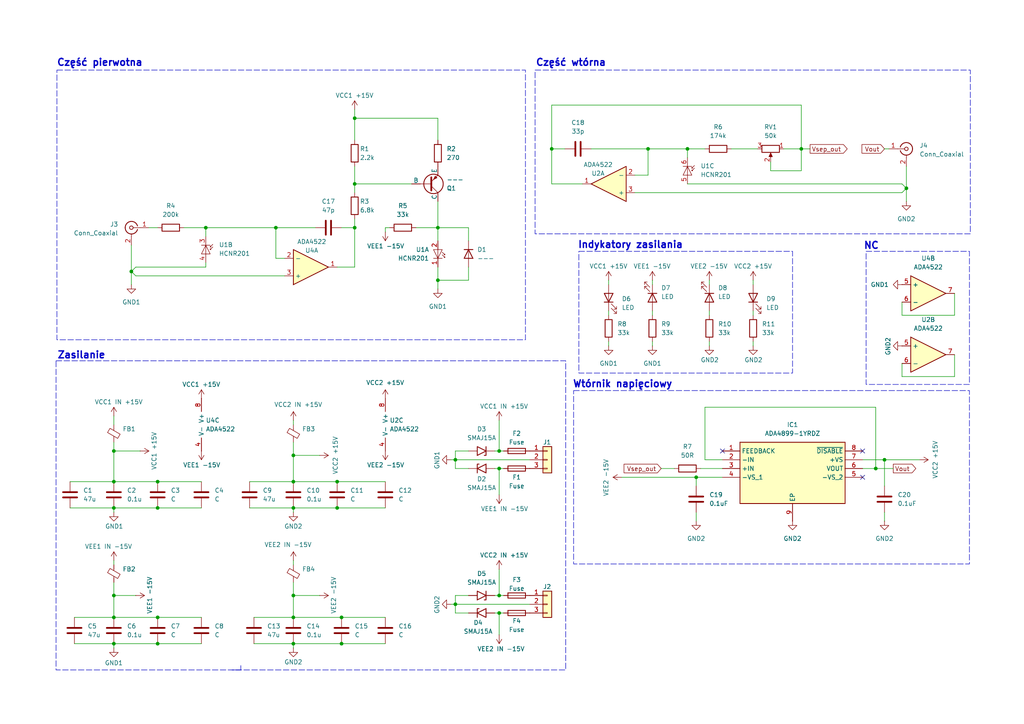
<source format=kicad_sch>
(kicad_sch (version 20231120) (generator "eeschema") (generator_version "8.0")
  (paper "A4")
  (lib_symbols
    (symbol "ADA4899:ADA4899-1YRDZ"
      (property "Reference" "IC" (at 36.83 7.62 0))
      (property "Value" "ADA4899-1YRDZ" (at 36.83 5.08 0))
      (symbol "ADA4899-1YRDZ_1_1"
        (pin passive line (at 0 0 0) (length 5.08) (name "FEEDBACK") (number "1"))
        (pin passive line (at 0 -2.54 0) (length 5.08) (name "-IN") (number "2"))
        (pin passive line (at 0 -5.08 0) (length 5.08) (name "+IN") (number "3"))
        (pin passive line (at 0 -7.62 0) (length 5.08) (name "-VS_1") (number "4"))
        (pin passive line (at 40.64 -7.62 180) (length 5.08) (name "-VS_2") (number "5"))
        (pin passive line (at 40.64 -5.08 180) (length 5.08) (name "VOUT") (number "6"))
        (pin passive line (at 40.64 -2.54 180) (length 5.08) (name "+VS") (number "7"))
        (pin passive line (at 40.64 0 180) (length 5.08) (name "~{DISABLE}") (number "8"))
        (pin passive line (at 20.32 -20.32 90) (length 5.08) (name "EP") (number "9"))
      )
    )
    (symbol "Amplifier_Operational:OPA1692xDGK"
      (property "Reference" "U" (at 0 5.08 0))
      (property "Value" "OPA1692xDGK" (at 0 -5.08 0))
      (symbol "OPA1692xDGK_1_1"
        (pin output line (at 7.62 0 180) (length 2.54) (name "~") (number "1"))
        (pin input line (at -7.62 -2.54 0) (length 2.54) (name "-") (number "2"))
        (pin input line (at -7.62 2.54 0) (length 2.54) (name "+") (number "3"))
      )
      (symbol "OPA1692xDGK_2_1"
        (pin input line (at -7.62 2.54 0) (length 2.54) (name "+") (number "5"))
        (pin input line (at -7.62 -2.54 0) (length 2.54) (name "-") (number "6"))
        (pin output line (at 7.62 0 180) (length 2.54) (name "~") (number "7"))
      )
      (symbol "OPA1692xDGK_3_1"
        (pin power_in line (at -2.54 -7.62 90) (length 3.81) (name "V-") (number "4"))
        (pin power_in line (at -2.54 7.62 270) (length 3.81) (name "V+") (number "8"))
      )
    )
    (symbol "Connector:Conn_Coaxial" (pin_names (offset 1.016) hide)
      (property "Reference" "J" (at 0.254 3.048 0))
      (property "Value" "Conn_Coaxial" (at 2.921 0 90))
      (symbol "Conn_Coaxial_1_1"
        (pin passive line (at -5.08 0 0) (length 2.54) (name "In") (number "1"))
        (pin passive line (at 0 -5.08 90) (length 2.54) (name "Ext") (number "2"))
      )
    )
    (symbol "Connector_Generic:Conn_01x03" (pin_names (offset 1.016) hide)
      (property "Reference" "J" (at 0 5.08 0))
      (property "Value" "Conn_01x03" (at 0 -5.08 0))
      (symbol "Conn_01x03_1_1"
        (pin passive line (at -5.08 2.54 0) (length 3.81) (name "Pin_1") (number "1"))
        (pin passive line (at -5.08 0 0) (length 3.81) (name "Pin_2") (number "2"))
        (pin passive line (at -5.08 -2.54 0) (length 3.81) (name "Pin_3") (number "3"))
      )
    )
    (symbol "Device:C" (pin_numbers hide) (pin_names (offset 0.254))
      (property "Reference" "C" (at 0.635 2.54 0))
      (property "Value" "C" (at 0.635 -2.54 0))
      (symbol "C_1_1"
        (pin passive line (at 0 3.81 270) (length 2.794) (name "~") (number "1"))
        (pin passive line (at 0 -3.81 90) (length 2.794) (name "~") (number "2"))
      )
    )
    (symbol "Device:D" (pin_numbers hide) (pin_names (offset 1.016) hide)
      (property "Reference" "D" (at 0 2.54 0))
      (property "Value" "D" (at 0 -2.54 0))
      (symbol "D_1_1"
        (pin passive line (at -3.81 0 0) (length 2.54) (name "K") (number "1"))
        (pin passive line (at 3.81 0 180) (length 2.54) (name "A") (number "2"))
      )
    )
    (symbol "Device:FerriteBead_Small" (pin_numbers hide) (pin_names (offset 0))
      (property "Reference" "FB" (at 1.905 1.27 0))
      (property "Value" "FerriteBead_Small" (at 1.905 -1.27 0))
      (symbol "FerriteBead_Small_1_1"
        (pin passive line (at 0 2.54 270) (length 1.27) (name "~") (number "1"))
        (pin passive line (at 0 -2.54 90) (length 1.27) (name "~") (number "2"))
      )
    )
    (symbol "Device:Fuse" (pin_numbers hide) (pin_names (offset 0))
      (property "Reference" "F" (at 2.032 0 90))
      (property "Value" "Fuse" (at -1.905 0 90))
      (symbol "Fuse_1_1"
        (pin passive line (at 0 3.81 270) (length 1.27) (name "~") (number "1"))
        (pin passive line (at 0 -3.81 90) (length 1.27) (name "~") (number "2"))
      )
    )
    (symbol "Device:LED" (pin_numbers hide) (pin_names (offset 1.016) hide)
      (property "Reference" "D" (at 0 2.54 0))
      (property "Value" "LED" (at 0 -2.54 0))
      (symbol "LED_1_1"
        (pin passive line (at -3.81 0 0) (length 2.54) (name "K") (number "1"))
        (pin passive line (at 3.81 0 180) (length 2.54) (name "A") (number "2"))
      )
    )
    (symbol "Device:R" (pin_numbers hide) (pin_names (offset 0))
      (property "Reference" "R" (at 2.032 0 90))
      (property "Value" "R" (at 0 0 90))
      (symbol "R_1_1"
        (pin passive line (at 0 3.81 270) (length 1.27) (name "~") (number "1"))
        (pin passive line (at 0 -3.81 90) (length 1.27) (name "~") (number "2"))
      )
    )
    (symbol "Device:R_Potentiometer" (pin_names (offset 1.016) hide)
      (property "Reference" "RV" (at -4.445 0 90))
      (property "Value" "R_Potentiometer" (at -2.54 0 90))
      (symbol "R_Potentiometer_1_1"
        (pin passive line (at 0 3.81 270) (length 1.27) (name "1") (number "1"))
        (pin passive line (at 3.81 0 180) (length 1.27) (name "2") (number "2"))
        (pin passive line (at 0 -3.81 90) (length 1.27) (name "3") (number "3"))
      )
    )
    (symbol "Diode:SMAJ15A" (pin_numbers hide) (pin_names (offset 1.016) hide)
      (property "Reference" "D" (at 0 2.54 0))
      (property "Value" "SMAJ15A" (at 0 -2.54 0))
      (symbol "SMAJ15A_1_1"
        (pin passive line (at -3.81 0 0) (length 2.54) (name "A1") (number "1"))
        (pin passive line (at 3.81 0 180) (length 2.54) (name "A2") (number "2"))
      )
    )
    (symbol "HCNR201_1" (pin_names hide)
      (property "Reference" "U" (at 0 4.826 0))
      (property "Value" "HCNR201" (at 0 3.048 0))
      (symbol "HCNR201_1_1_1"
        (pin passive line (at -3.81 0 0) (length 2.54) (name "K") (number "1"))
        (pin passive line (at 3.81 0 180) (length 2.54) (name "A") (number "2"))
      )
      (symbol "HCNR201_1_2_1"
        (pin passive line (at -3.81 0 0) (length 2.54) (name "K") (number "3"))
        (pin passive line (at 3.81 0 180) (length 2.54) (name "A") (number "4"))
      )
      (symbol "HCNR201_1_3_0"
        (pin no_connect non_logic (at -3.81 -2.54 0) (length 2.54) hide (name "NC") (number "7"))
        (pin no_connect non_logic (at -3.81 -5.08 0) (length 2.54) hide (name "NC") (number "8"))
      )
      (symbol "HCNR201_1_3_1"
        (pin passive line (at 3.81 0 180) (length 2.54) (name "A") (number "5"))
        (pin passive line (at -3.81 0 0) (length 2.54) (name "K") (number "6"))
      )
    )
    (symbol "Simulation_SPICE:PNP" (pin_numbers hide) (pin_names (offset 0))
      (property "Reference" "Q" (at -2.54 7.62 0))
      (property "Value" "PNP" (at -2.54 5.08 0))
      (symbol "PNP_1_1"
        (pin open_collector line (at 2.54 5.08 270) (length 2.54) (name "C") (number "1"))
        (pin input line (at -5.08 0 0) (length 2.54) (name "B") (number "2"))
        (pin open_emitter line (at 2.54 -5.08 90) (length 2.54) (name "E") (number "3"))
      )
    )
    (symbol "power:GND" (power) (pin_numbers hide) (pin_names (offset 0) hide)
      (property "Value" "GND" (at 0 -3.81 0))
      (symbol "GND_1_1"
        (pin power_in line (at 0 0 270) (length 0) (name "~") (number "1"))
      )
    )
    (symbol "power:VCC" (power) (pin_numbers hide) (pin_names (offset 0) hide)
      (property "Value" "VCC" (at 0 3.556 0))
      (symbol "VCC_1_1"
        (pin power_in line (at 0 0 90) (length 0) (name "~") (number "1"))
      )
    )
    (symbol "project_components:HCNR201" (pin_names hide)
      (property "Reference" "U" (at 0 4.826 0))
      (property "Value" "HCNR201" (at 0 3.048 0))
      (symbol "HCNR201_1_1"
        (pin passive line (at -3.81 0 0) (length 2.54) (name "K") (number "1"))
        (pin passive line (at 3.81 0 180) (length 2.54) (name "A") (number "2"))
      )
      (symbol "HCNR201_2_1"
        (pin passive line (at -3.81 0 0) (length 2.54) (name "K") (number "3"))
        (pin passive line (at 3.81 0 180) (length 2.54) (name "A") (number "4"))
      )
      (symbol "HCNR201_3_1"
        (pin passive line (at 3.81 0 180) (length 2.54) (name "A") (number "5"))
        (pin passive line (at -3.81 0 0) (length 2.54) (name "K") (number "6"))
      )
    )
  )
  (junction (at 45.72 147.32))
  (junction (at 256.54 133.35))
  (junction (at 85.09 179.07))
  (junction (at 33.02 147.32))
  (junction (at 199.39 43.18))
  (junction (at 144.78 135.89))
  (junction (at 144.78 172.72))
  (junction (at 33.02 172.72))
  (junction (at 127 81.28))
  (junction (at 99.06 179.07))
  (junction (at 33.02 179.07))
  (junction (at 262.89 54.61))
  (junction (at 254 135.89))
  (junction (at 99.06 186.69))
  (junction (at 59.69 66.04))
  (junction (at 144.78 130.81))
  (junction (at 102.87 66.04))
  (junction (at 85.09 172.72))
  (junction (at 85.09 132.08))
  (junction (at 144.78 177.8))
  (junction (at 85.09 186.69))
  (junction (at 85.09 147.32))
  (junction (at 33.02 186.69))
  (junction (at 45.72 139.7))
  (junction (at 33.02 130.81))
  (junction (at 102.87 53.34))
  (junction (at 97.79 147.32))
  (junction (at 45.72 186.69))
  (junction (at 232.41 43.18))
  (junction (at 201.93 138.43))
  (junction (at 45.72 179.07))
  (junction (at 132.08 133.35))
  (junction (at 127 66.04))
  (junction (at 33.02 139.7))
  (junction (at 38.1 78.74))
  (junction (at 102.87 34.29))
  (junction (at 160.02 43.18))
  (junction (at 80.01 66.04))
  (junction (at 85.09 139.7))
  (junction (at 187.96 43.18))
  (junction (at 97.79 139.7))
  (junction (at 132.08 175.26))
  (no_connect (at 250.19 138.43))
  (no_connect (at 209.55 130.81))
  (no_connect (at 250.19 130.81))
  (wire (pts (xy 276.86 85.09) (xy 276.86 91.44)))
  (wire (pts (xy 132.08 133.35) (xy 153.67 133.35)))
  (wire (pts (xy 276.86 91.44) (xy 261.62 91.44)))
  (wire (pts (xy 38.1 78.74) (xy 39.37 80.01)))
  (wire (pts (xy 33.02 172.72) (xy 39.37 172.72)))
  (wire (pts (xy 85.09 162.56) (xy 85.09 163.83)))
  (wire (pts (xy 218.44 81.28) (xy 218.44 82.55)))
  (wire (pts (xy 21.59 186.69) (xy 33.02 186.69)))
  (polyline (pts (xy 69.85 194.31) (xy 69.85 193.04)))
  (wire (pts (xy 187.96 43.18) (xy 187.96 50.8)))
  (wire (pts (xy 218.44 91.44) (xy 218.44 90.17)))
  (wire (pts (xy 201.93 138.43) (xy 201.93 140.97)))
  (wire (pts (xy 176.53 91.44) (xy 176.53 90.17)))
  (wire (pts (xy 127 40.64) (xy 127 34.29)))
  (wire (pts (xy 33.02 130.81) (xy 33.02 139.7)))
  (wire (pts (xy 85.09 147.32) (xy 97.79 147.32)))
  (wire (pts (xy 33.02 186.69) (xy 33.02 187.96)))
  (wire (pts (xy 80.01 66.04) (xy 80.01 74.93)))
  (wire (pts (xy 135.89 66.04) (xy 127 66.04)))
  (wire (pts (xy 45.72 179.07) (xy 58.42 179.07)))
  (wire (pts (xy 33.02 128.27) (xy 33.02 130.81)))
  (wire (pts (xy 85.09 148.59) (xy 85.09 147.32)))
  (wire (pts (xy 38.1 78.74) (xy 38.1 82.55)))
  (wire (pts (xy 135.89 172.72) (xy 132.08 172.72)))
  (wire (pts (xy 135.89 66.04) (xy 135.89 69.85)))
  (wire (pts (xy 43.18 66.04) (xy 45.72 66.04)))
  (wire (pts (xy 256.54 148.59) (xy 256.54 151.13)))
  (wire (pts (xy 33.02 139.7) (xy 45.72 139.7)))
  (wire (pts (xy 261.62 53.34) (xy 262.89 54.61)))
  (wire (pts (xy 201.93 148.59) (xy 201.93 151.13)))
  (wire (pts (xy 33.02 147.32) (xy 33.02 148.59)))
  (wire (pts (xy 160.02 43.18) (xy 160.02 53.34)))
  (wire (pts (xy 73.66 186.69) (xy 85.09 186.69)))
  (wire (pts (xy 38.1 78.74) (xy 39.37 77.47)))
  (wire (pts (xy 261.62 109.22) (xy 261.62 105.41)))
  (wire (pts (xy 85.09 132.08) (xy 85.09 139.7)))
  (wire (pts (xy 187.96 43.18) (xy 199.39 43.18)))
  (wire (pts (xy 85.09 186.69) (xy 85.09 187.96)))
  (wire (pts (xy 38.1 71.12) (xy 38.1 78.74)))
  (wire (pts (xy 132.08 172.72) (xy 132.08 175.26)))
  (wire (pts (xy 85.09 132.08) (xy 92.71 132.08)))
  (wire (pts (xy 127 66.04) (xy 127 69.85)))
  (wire (pts (xy 102.87 48.26) (xy 102.87 53.34)))
  (wire (pts (xy 127 58.42) (xy 127 66.04)))
  (wire (pts (xy 199.39 43.18) (xy 204.47 43.18)))
  (wire (pts (xy 171.45 43.18) (xy 187.96 43.18)))
  (wire (pts (xy 232.41 49.53) (xy 232.41 43.18)))
  (wire (pts (xy 127 81.28) (xy 127 83.82)))
  (wire (pts (xy 72.39 147.32) (xy 85.09 147.32)))
  (wire (pts (xy 261.62 87.63) (xy 261.62 91.44)))
  (wire (pts (xy 232.41 43.18) (xy 234.95 43.18)))
  (wire (pts (xy 85.09 139.7) (xy 97.79 139.7)))
  (wire (pts (xy 144.78 121.92) (xy 144.78 130.81)))
  (wire (pts (xy 132.08 130.81) (xy 132.08 133.35)))
  (wire (pts (xy 45.72 186.69) (xy 58.42 186.69)))
  (wire (pts (xy 85.09 186.69) (xy 99.06 186.69)))
  (wire (pts (xy 254 135.89) (xy 259.08 135.89)))
  (wire (pts (xy 144.78 177.8) (xy 146.05 177.8)))
  (wire (pts (xy 33.02 168.91) (xy 33.02 172.72)))
  (wire (pts (xy 189.23 90.17) (xy 189.23 91.44)))
  (wire (pts (xy 45.72 147.32) (xy 58.42 147.32)))
  (wire (pts (xy 143.51 135.89) (xy 144.78 135.89)))
  (wire (pts (xy 199.39 53.34) (xy 261.62 53.34)))
  (wire (pts (xy 97.79 139.7) (xy 111.76 139.7)))
  (wire (pts (xy 254 118.11) (xy 254 135.89)))
  (wire (pts (xy 21.59 179.07) (xy 33.02 179.07)))
  (wire (pts (xy 276.86 102.87) (xy 276.86 109.22)))
  (wire (pts (xy 143.51 177.8) (xy 144.78 177.8)))
  (polyline (pts (xy 67.31 194.31) (xy 69.85 194.31)))
  (wire (pts (xy 176.53 100.33) (xy 176.53 99.06)))
  (wire (pts (xy 256.54 133.35) (xy 266.7 133.35)))
  (wire (pts (xy 250.19 133.35) (xy 256.54 133.35)))
  (wire (pts (xy 204.47 118.11) (xy 204.47 133.35)))
  (wire (pts (xy 85.09 179.07) (xy 99.06 179.07)))
  (wire (pts (xy 20.32 139.7) (xy 33.02 139.7)))
  (wire (pts (xy 20.32 147.32) (xy 33.02 147.32)))
  (wire (pts (xy 205.74 99.06) (xy 205.74 100.33)))
  (wire (pts (xy 53.34 66.04) (xy 59.69 66.04)))
  (wire (pts (xy 184.15 50.8) (xy 187.96 50.8)))
  (wire (pts (xy 218.44 99.06) (xy 218.44 100.33)))
  (wire (pts (xy 59.69 66.04) (xy 59.69 68.58)))
  (wire (pts (xy 33.02 172.72) (xy 33.02 179.07)))
  (wire (pts (xy 39.37 77.47) (xy 59.69 77.47)))
  (wire (pts (xy 99.06 179.07) (xy 111.76 179.07)))
  (wire (pts (xy 232.41 30.48) (xy 232.41 43.18)))
  (wire (pts (xy 261.62 55.88) (xy 262.89 54.61)))
  (wire (pts (xy 102.87 53.34) (xy 119.38 53.34)))
  (wire (pts (xy 85.09 121.92) (xy 85.09 123.19)))
  (wire (pts (xy 250.19 135.89) (xy 254 135.89)))
  (wire (pts (xy 276.86 109.22) (xy 261.62 109.22)))
  (wire (pts (xy 143.51 172.72) (xy 144.78 172.72)))
  (wire (pts (xy 40.64 130.81) (xy 33.02 130.81)))
  (wire (pts (xy 127 81.28) (xy 135.89 81.28)))
  (wire (pts (xy 160.02 43.18) (xy 163.83 43.18)))
  (wire (pts (xy 160.02 53.34) (xy 168.91 53.34)))
  (wire (pts (xy 99.06 66.04) (xy 102.87 66.04)))
  (wire (pts (xy 135.89 177.8) (xy 132.08 177.8)))
  (wire (pts (xy 97.79 77.47) (xy 102.87 77.47)))
  (wire (pts (xy 85.09 168.91) (xy 85.09 172.72)))
  (wire (pts (xy 223.52 49.53) (xy 232.41 49.53)))
  (wire (pts (xy 102.87 34.29) (xy 127 34.29)))
  (wire (pts (xy 33.02 186.69) (xy 45.72 186.69)))
  (wire (pts (xy 102.87 66.04) (xy 102.87 77.47)))
  (wire (pts (xy 184.15 55.88) (xy 261.62 55.88)))
  (wire (pts (xy 72.39 139.7) (xy 85.09 139.7)))
  (wire (pts (xy 189.23 82.55) (xy 189.23 81.28)))
  (wire (pts (xy 80.01 66.04) (xy 91.44 66.04)))
  (wire (pts (xy 111.76 66.04) (xy 113.03 66.04)))
  (wire (pts (xy 191.77 135.89) (xy 195.58 135.89)))
  (wire (pts (xy 189.23 99.06) (xy 189.23 100.33)))
  (wire (pts (xy 144.78 135.89) (xy 144.78 143.51)))
  (wire (pts (xy 212.09 43.18) (xy 219.71 43.18)))
  (wire (pts (xy 201.93 138.43) (xy 209.55 138.43)))
  (wire (pts (xy 97.79 147.32) (xy 111.76 147.32)))
  (wire (pts (xy 85.09 172.72) (xy 85.09 179.07)))
  (wire (pts (xy 262.89 48.26) (xy 262.89 54.61)))
  (wire (pts (xy 144.78 165.1) (xy 144.78 172.72)))
  (wire (pts (xy 256.54 43.18) (xy 257.81 43.18)))
  (wire (pts (xy 144.78 172.72) (xy 146.05 172.72)))
  (wire (pts (xy 85.09 172.72) (xy 92.71 172.72)))
  (wire (pts (xy 59.69 66.04) (xy 80.01 66.04)))
  (wire (pts (xy 73.66 179.07) (xy 85.09 179.07)))
  (wire (pts (xy 143.51 130.81) (xy 144.78 130.81)))
  (wire (pts (xy 144.78 135.89) (xy 146.05 135.89)))
  (wire (pts (xy 127 77.47) (xy 127 81.28)))
  (wire (pts (xy 176.53 81.28) (xy 176.53 82.55)))
  (wire (pts (xy 132.08 175.26) (xy 153.67 175.26)))
  (wire (pts (xy 223.52 49.53) (xy 223.52 46.99)))
  (wire (pts (xy 33.02 147.32) (xy 45.72 147.32)))
  (wire (pts (xy 102.87 34.29) (xy 102.87 40.64)))
  (wire (pts (xy 111.76 66.04) (xy 111.76 67.31)))
  (wire (pts (xy 204.47 133.35) (xy 209.55 133.35)))
  (wire (pts (xy 85.09 128.27) (xy 85.09 132.08)))
  (wire (pts (xy 130.81 175.26) (xy 132.08 175.26)))
  (wire (pts (xy 256.54 133.35) (xy 256.54 140.97)))
  (wire (pts (xy 39.37 80.01) (xy 82.55 80.01)))
  (wire (pts (xy 132.08 177.8) (xy 132.08 175.26)))
  (wire (pts (xy 127 66.04) (xy 120.65 66.04)))
  (wire (pts (xy 132.08 135.89) (xy 135.89 135.89)))
  (wire (pts (xy 205.74 82.55) (xy 205.74 81.28)))
  (wire (pts (xy 144.78 177.8) (xy 144.78 184.15)))
  (wire (pts (xy 99.06 186.69) (xy 111.76 186.69)))
  (wire (pts (xy 45.72 139.7) (xy 58.42 139.7)))
  (wire (pts (xy 262.89 54.61) (xy 262.89 58.42)))
  (wire (pts (xy 199.39 43.18) (xy 199.39 45.72)))
  (wire (pts (xy 180.34 138.43) (xy 201.93 138.43)))
  (wire (pts (xy 80.01 74.93) (xy 82.55 74.93)))
  (wire (pts (xy 203.2 135.89) (xy 209.55 135.89)))
  (wire (pts (xy 102.87 31.75) (xy 102.87 34.29)))
  (wire (pts (xy 102.87 53.34) (xy 102.87 55.88)))
  (wire (pts (xy 144.78 130.81) (xy 146.05 130.81)))
  (wire (pts (xy 204.47 118.11) (xy 254 118.11)))
  (wire (pts (xy 33.02 179.07) (xy 45.72 179.07)))
  (wire (pts (xy 160.02 43.18) (xy 160.02 30.48)))
  (wire (pts (xy 160.02 30.48) (xy 232.41 30.48)))
  (wire (pts (xy 59.69 76.2) (xy 59.69 77.47)))
  (wire (pts (xy 132.08 130.81) (xy 135.89 130.81)))
  (wire (pts (xy 33.02 162.56) (xy 33.02 163.83)))
  (wire (pts (xy 33.02 120.65) (xy 33.02 123.19)))
  (wire (pts (xy 205.74 90.17) (xy 205.74 91.44)))
  (wire (pts (xy 227.33 43.18) (xy 232.41 43.18)))
  (wire (pts (xy 130.81 133.35) (xy 132.08 133.35)))
  (wire (pts (xy 102.87 63.5) (xy 102.87 66.04)))
  (wire (pts (xy 135.89 81.28) (xy 135.89 77.47)))
  (wire (pts (xy 132.08 133.35) (xy 132.08 135.89)))
  (rectangle (start 251.206 72.898) (end 281.178 111.506) (stroke (width 0) (type dash)))
  (rectangle (start 166.37 113.284) (end 281.178 163.576) (stroke (width 0) (type dash)))
  (rectangle (start 16.51 20.32) (end 152.4 98.552) (stroke (width 0) (type dash)))
  (rectangle (start 16.256 104.648) (end 164.084 194.31) (stroke (width 0) (type dash)))
  (rectangle (start 155.194 20.32) (end 281.432 67.818) (stroke (width 0) (type dash)))
  (rectangle (start 167.894 72.898) (end 229.87 108.204) (stroke (width 0) (type dash)))
  (text "Zasilanie" (at 23.622 103.124 0) (effects (font (size 2 2) (thickness 0.4) (bold yes))))
  (text "Część pierwotna" (at 28.956 18.288 0) (effects (font (size 2 2) (thickness 0.4) (bold yes))))
  (text "Wtórnik napięciowy" (at 180.594 111.506 0) (effects (font (size 2 2) (thickness 0.4) (bold yes))))
  (text "NC" (at 252.73 71.374 0) (effects (font (size 2 2) (thickness 0.4) (bold yes))))
  (text "Indykatory zasilania" (at 182.88 71.12 0) (effects (font (size 2 2) (thickness 0.4) (bold yes))))
  (text "Część wtórna" (at 165.608 18.288 0) (effects (font (size 2 2) (thickness 0.4) (bold yes))))
  (global_label "Vsep_out" (shape output) (at 234.95 43.18 0) (property "Intersheetrefs" "${INTERSHEET_REFS}" (effects (hide yes))))
  (global_label "Vout" (shape output) (at 259.08 135.89 0) (property "Intersheetrefs" "${INTERSHEET_REFS}" (effects (hide yes))))
  (global_label "Vout" (shape input) (at 256.54 43.18 180) (property "Intersheetrefs" "${INTERSHEET_REFS}" (effects (hide yes))))
  (global_label "Vsep_out" (shape input) (at 191.77 135.89 180) (property "Intersheetrefs" "${INTERSHEET_REFS}" (effects (hide yes))))
  (symbol (lib_id "Device:R") (at 102.87 44.45 0) (unit 1)
    (property "Reference" "R1" (at 104.394 43.18 0) (effects (justify left)))
    (property "Value" "2.2k" (at 104.394 45.72 0) (effects (justify left)))
    (property "Footprint" "Resistor_SMD:R_0805_2012Metric_Pad1.20x1.40mm_HandSolder" (effects (hide yes)))
    (property "Description" "Resistor" (effects (hide yes)))
  )
  (symbol (lib_id "Device:C") (at 256.54 144.78 180) (unit 1)
    (property "Reference" "C20" (at 260.35 143.5099 0) (effects (justify right)))
    (property "Value" "0.1uF" (at 260.35 146.0499 0) (effects (justify right)))
    (property "Footprint" "Capacitor_SMD:C_0805_2012Metric_Pad1.18x1.45mm_HandSolder" (effects (hide yes)))
    (property "Description" "Unpolarized capacitor" (effects (hide yes)))
  )
  (symbol (lib_id "Device:C") (at 95.25 66.04 90) (unit 1)
    (property "Reference" "C17" (at 95.25 58.42 90))
    (property "Value" "47p" (at 95.25 60.96 90))
    (property "Footprint" "Capacitor_SMD:C_0805_2012Metric_Pad1.18x1.45mm_HandSolder" (effects (hide yes)))
    (property "Description" "Unpolarized capacitor" (effects (hide yes)))
  )
  (symbol (lib_id "power:VCC") (at 40.64 130.81 270) (unit 1)
    (property "Reference" "#PWR29" (effects (hide yes)))
    (property "Value" "VCC1 +15V" (at 44.704 125.222 0) (effects (justify left)))
    (property "Description" "Power symbol creates a global label with name \"VCC\"" (effects (hide yes)))
  )
  (symbol (lib_name "HCNR201_1") (lib_id "project_components:HCNR201") (at 59.69 72.39 270) (unit 2)
    (property "Reference" "U1" (at 63.5 70.9929 90) (effects (justify left)))
    (property "Value" "HCNR201" (at 63.5 73.5329 90) (effects (justify left)))
    (property "Footprint" "HCNR201-300E:HCNR201300E" (effects (hide yes)))
    (property "Datasheet" "https://www.tme.eu/Document/d59cee60e692aabd7be1f385d26d8b88/HCNR200-300E.pdf" (effects (hide yes)))
  )
  (symbol (lib_id "Device:FerriteBead_Small") (at 33.02 125.73 0) (unit 1)
    (property "Reference" "FB1" (at 35.56 124.4218 0) (effects (justify left)))
    (property "Value" "FerriteBead_Small" (effects (hide yes)))
    (property "Footprint" "Inductor_SMD:L_1206_3216Metric" (effects (hide yes)))
    (property "Description" "Ferrite bead, small symbol" (effects (hide yes)))
  )
  (symbol (lib_id "Device:FerriteBead_Small") (at 85.09 166.37 0) (unit 1)
    (property "Reference" "FB4" (at 87.63 165.0618 0) (effects (justify left)))
    (property "Value" "FerriteBead_Small" (effects (hide yes)))
    (property "Footprint" "Inductor_SMD:L_1206_3216Metric" (effects (hide yes)))
    (property "Description" "Ferrite bead, small symbol" (effects (hide yes)))
  )
  (symbol (lib_id "Device:Fuse") (at 149.86 172.72 90) (unit 1)
    (property "Reference" "F3" (at 149.86 168.148 90))
    (property "Value" "Fuse" (at 149.86 170.688 90))
    (property "Footprint" "Resistor_SMD:R_0805_2012Metric_Pad1.20x1.40mm_HandSolder" (effects (hide yes)))
    (property "Description" "Fuse" (effects (hide yes)))
  )
  (symbol (lib_id "Device:R") (at 208.28 43.18 90) (unit 1)
    (property "Reference" "R6" (at 208.28 36.83 90))
    (property "Value" "174k" (at 208.28 39.37 90))
    (property "Footprint" "Resistor_SMD:R_0805_2012Metric_Pad1.20x1.40mm_HandSolder" (effects (hide yes)))
    (property "Description" "Resistor" (effects (hide yes)))
  )
  (symbol (lib_id "Device:R") (at 127 44.45 0) (unit 1)
    (property "Reference" "R2" (at 129.54 43.1799 0) (effects (justify left)))
    (property "Value" "270" (at 129.54 45.7199 0) (effects (justify left)))
    (property "Footprint" "Resistor_SMD:R_0805_2012Metric_Pad1.20x1.40mm_HandSolder" (effects (hide yes)))
    (property "Description" "Resistor" (effects (hide yes)))
  )
  (symbol (lib_id "power:VCC") (at 85.09 162.56 0) (unit 1)
    (property "Reference" "#PWR4" (effects (hide yes)))
    (property "Value" "VEE2 IN -15V" (at 90.424 157.988 0) (effects (justify right)))
    (property "Description" "Power symbol creates a global label with name \"VCC\"" (effects (hide yes)))
  )
  (symbol (lib_id "power:VCC") (at 189.23 81.28 0) (unit 1)
    (property "Reference" "#PWR38" (effects (hide yes)))
    (property "Value" "VEE1 -15V" (at 194.564 77.216 0) (effects (justify right)))
    (property "Description" "Power symbol creates a global label with name \"VCC\"" (effects (hide yes)))
  )
  (symbol (lib_id "Diode:SMAJ15A") (at 139.7 130.81 180) (unit 1)
    (property "Reference" "D3" (at 139.7 124.46 0))
    (property "Value" "SMAJ15A" (at 139.7 127 0))
    (property "Footprint" "Diode_SMD:D_SMA" (effects (hide yes)))
    (property "Datasheet" "https://www.littelfuse.com/media?resourcetype=datasheets&itemid=75e32973-b177-4ee3-a0ff-cedaf1abdb93&filename=smaj-datasheet" (effects (hide yes)))
    (property "Description" "400W unidirectional Transient Voltage Suppressor, 15.0Vr, SMA(DO-214AC)" (effects (hide yes)))
  )
  (symbol (lib_id "Device:R") (at 205.74 95.25 0) (unit 1)
    (property "Reference" "R10" (at 208.28 93.9799 0) (effects (justify left)))
    (property "Value" "33k" (at 208.28 96.5199 0) (effects (justify left)))
    (property "Footprint" "Resistor_SMD:R_0805_2012Metric_Pad1.20x1.40mm_HandSolder" (effects (hide yes)))
    (property "Description" "Resistor" (effects (hide yes)))
  )
  (symbol (lib_id "power:VCC") (at 92.71 172.72 270) (unit 1)
    (property "Reference" "#PWR32" (effects (hide yes)))
    (property "Value" "VEE2 -15V" (at 96.774 178.054 0) (effects (justify right)))
    (property "Description" "Power symbol creates a global label with name \"VCC\"" (effects (hide yes)))
  )
  (symbol (lib_id "Amplifier_Operational:OPA1692xDGK") (at 269.24 85.09 0) (unit 2)
    (property "Reference" "U4" (at 269.24 74.93 0))
    (property "Value" "ADA4522" (at 269.24 77.47 0))
    (property "Footprint" "ADA4522:SOIC127P600X175-8N" (effects (hide yes)))
    (property "Datasheet" "https://www.ti.com/lit/ds/symlink/opa1692.pdf" (effects (hide yes)))
    (property "Description" "Dual SoundPlus Low Power, Low Noise & Low Distortion Audio Operational Amplifiers, VSSOP-8" (effects (hide yes)))
  )
  (symbol (lib_id "Device:C") (at 85.09 182.88 180) (unit 1)
    (property "Reference" "C14" (at 88.9 181.6099 0) (effects (justify right)))
    (property "Value" "0.1u" (at 88.9 184.1499 0) (effects (justify right)))
    (property "Footprint" "Capacitor_SMD:C_0805_2012Metric_Pad1.18x1.45mm_HandSolder" (effects (hide yes)))
    (property "Description" "Unpolarized capacitor" (effects (hide yes)))
  )
  (symbol (lib_id "Diode:SMAJ15A") (at 139.7 135.89 0) (unit 1)
    (property "Reference" "D2" (at 139.7 138.938 0))
    (property "Value" "SMAJ15A" (at 139.7 141.478 0))
    (property "Footprint" "Diode_SMD:D_SMA" (effects (hide yes)))
    (property "Datasheet" "https://www.littelfuse.com/media?resourcetype=datasheets&itemid=75e32973-b177-4ee3-a0ff-cedaf1abdb93&filename=smaj-datasheet" (effects (hide yes)))
    (property "Description" "400W unidirectional Transient Voltage Suppressor, 15.0Vr, SMA(DO-214AC)" (effects (hide yes)))
  )
  (symbol (lib_id "power:GND") (at 85.09 148.59 0) (unit 1)
    (property "Reference" "#PWR7" (effects (hide yes)))
    (property "Value" "GND2" (at 85.09 152.654 0))
    (property "Description" "Power symbol creates a global label with name \"GND\" , ground" (effects (hide yes)))
  )
  (symbol (lib_id "Amplifier_Operational:OPA1692xDGK") (at 269.24 102.87 0) (unit 2)
    (property "Reference" "U2" (at 269.24 92.71 0))
    (property "Value" "ADA4522" (at 269.24 95.25 0))
    (property "Footprint" "ADA4522:SOIC127P600X175-8N" (effects (hide yes)))
    (property "Datasheet" "https://www.ti.com/lit/ds/symlink/opa1692.pdf" (effects (hide yes)))
    (property "Description" "Dual SoundPlus Low Power, Low Noise & Low Distortion Audio Operational Amplifiers, VSSOP-8" (effects (hide yes)))
  )
  (symbol (lib_id "power:VCC") (at 33.02 120.65 0) (unit 1)
    (property "Reference" "#PWR1" (effects (hide yes)))
    (property "Value" "VCC1 IN +15V" (at 27.432 116.586 0) (effects (justify left)))
    (property "Description" "Power symbol creates a global label with name \"VCC\"" (effects (hide yes)))
  )
  (symbol (lib_id "Amplifier_Operational:OPA1692xDGK") (at 114.3 123.19 0) (unit 3)
    (property "Reference" "U2" (at 113.03 121.9199 0) (effects (justify left)))
    (property "Value" "ADA4522" (at 113.03 124.4599 0) (effects (justify left)))
    (property "Footprint" "ADA4522:SOIC127P600X175-8N" (effects (hide yes)))
    (property "Datasheet" "https://www.ti.com/lit/ds/symlink/opa1692.pdf" (effects (hide yes)))
    (property "Description" "Dual SoundPlus Low Power, Low Noise & Low Distortion Audio Operational Amplifiers, VSSOP-8" (effects (hide yes)))
  )
  (symbol (lib_id "Device:LED") (at 205.74 86.36 270) (unit 1)
    (property "Reference" "D8" (at 208.28 83.5024 90) (effects (justify left)))
    (property "Value" "LED" (at 208.28 86.0424 90) (effects (justify left)))
    (property "Footprint" "Diode_SMD:D_0805_2012Metric_Pad1.15x1.40mm_HandSolder" (effects (hide yes)))
    (property "Description" "Light emitting diode" (effects (hide yes)))
  )
  (symbol (lib_id "Device:FerriteBead_Small") (at 33.02 166.37 0) (unit 1)
    (property "Reference" "FB2" (at 35.56 165.0618 0) (effects (justify left)))
    (property "Value" "FerriteBead_Small" (effects (hide yes)))
    (property "Footprint" "Inductor_SMD:L_1206_3216Metric" (effects (hide yes)))
    (property "Description" "Ferrite bead, small symbol" (effects (hide yes)))
  )
  (symbol (lib_id "power:GND") (at 176.53 100.33 0) (unit 1)
    (property "Reference" "#PWR39" (effects (hide yes)))
    (property "Value" "GND1" (at 176.53 105.41 0))
    (property "Description" "Power symbol creates a global label with name \"GND\" , ground" (effects (hide yes)))
  )
  (symbol (lib_id "power:VCC") (at 144.78 143.51 180) (unit 1)
    (property "Reference" "#PWR14" (effects (hide yes)))
    (property "Value" "VEE1 IN -15V" (at 139.446 147.574 0) (effects (justify right)))
    (property "Description" "Power symbol creates a global label with name \"VCC\"" (effects (hide yes)))
  )
  (symbol (lib_id "power:VCC") (at 144.78 165.1 0) (unit 1)
    (property "Reference" "#PWR10" (effects (hide yes)))
    (property "Value" "VCC2 IN +15V" (at 139.192 161.036 0) (effects (justify left)))
    (property "Description" "Power symbol creates a global label with name \"VCC\"" (effects (hide yes)))
  )
  (symbol (lib_id "Device:C") (at 20.32 143.51 180) (unit 1)
    (property "Reference" "C1" (at 24.13 142.2399 0) (effects (justify right)))
    (property "Value" "47u" (at 24.13 144.7799 0) (effects (justify right)))
    (property "Footprint" "Capacitor_SMD:C_0805_2012Metric_Pad1.18x1.45mm_HandSolder" (effects (hide yes)))
    (property "Description" "Unpolarized capacitor" (effects (hide yes)))
  )
  (symbol (lib_id "Diode:SMAJ15A") (at 139.7 172.72 180) (unit 1)
    (property "Reference" "D5" (at 139.7 166.37 0))
    (property "Value" "SMAJ15A" (at 139.7 168.91 0))
    (property "Footprint" "Diode_SMD:D_SMA" (effects (hide yes)))
    (property "Datasheet" "https://www.littelfuse.com/media?resourcetype=datasheets&itemid=75e32973-b177-4ee3-a0ff-cedaf1abdb93&filename=smaj-datasheet" (effects (hide yes)))
    (property "Description" "400W unidirectional Transient Voltage Suppressor, 15.0Vr, SMA(DO-214AC)" (effects (hide yes)))
  )
  (symbol (lib_id "Device:LED") (at 176.53 86.36 90) (unit 1)
    (property "Reference" "D6" (at 180.34 86.6774 90) (effects (justify right)))
    (property "Value" "LED" (at 180.34 89.2174 90) (effects (justify right)))
    (property "Footprint" "Diode_SMD:D_0805_2012Metric_Pad1.15x1.40mm_HandSolder" (effects (hide yes)))
    (property "Description" "Light emitting diode" (effects (hide yes)))
  )
  (symbol (lib_id "power:VCC") (at 58.42 130.81 180) (unit 1)
    (property "Reference" "#PWR16" (effects (hide yes)))
    (property "Value" "VEE1 -15V" (at 53.086 134.874 0) (effects (justify right)))
    (property "Description" "Power symbol creates a global label with name \"VCC\"" (effects (hide yes)))
  )
  (symbol (lib_id "Diode:SMAJ15A") (at 139.7 177.8 0) (unit 1)
    (property "Reference" "D4" (at 138.684 180.594 0))
    (property "Value" "SMAJ15A" (at 138.684 183.134 0))
    (property "Footprint" "Diode_SMD:D_SMA" (effects (hide yes)))
    (property "Datasheet" "https://www.littelfuse.com/media?resourcetype=datasheets&itemid=75e32973-b177-4ee3-a0ff-cedaf1abdb93&filename=smaj-datasheet" (effects (hide yes)))
    (property "Description" "400W unidirectional Transient Voltage Suppressor, 15.0Vr, SMA(DO-214AC)" (effects (hide yes)))
  )
  (symbol (lib_id "Connector:Conn_Coaxial") (at 38.1 66.04 0) (mirror y) (unit 1)
    (property "Reference" "J3" (at 34.29 65.0631 0) (effects (justify left)))
    (property "Value" "Conn_Coaxial" (at 34.29 67.6031 0) (effects (justify left)))
    (property "Footprint" "CONN SMA JACK STR 50 OHM SMD:CONN_732511350_MOL" (effects (hide yes)))
    (property "Description" "coaxial connector (BNC, SMA, SMB, SMC, Cinch/RCA, LEMO, ...)" (effects (hide yes)))
  )
  (symbol (lib_id "Device:C") (at 201.93 144.78 180) (unit 1)
    (property "Reference" "C19" (at 205.74 143.5099 0) (effects (justify right)))
    (property "Value" "0.1uF" (at 205.74 146.0499 0) (effects (justify right)))
    (property "Footprint" "Capacitor_SMD:C_0805_2012Metric_Pad1.18x1.45mm_HandSolder" (effects (hide yes)))
    (property "Description" "Unpolarized capacitor" (effects (hide yes)))
  )
  (symbol (lib_id "power:VCC") (at 111.76 115.57 0) (unit 1)
    (property "Reference" "#PWR23" (effects (hide yes)))
    (property "Value" "VCC2 +15V" (at 106.172 110.998 0) (effects (justify left)))
    (property "Description" "Power symbol creates a global label with name \"VCC\"" (effects (hide yes)))
  )
  (symbol (lib_id "Amplifier_Operational:OPA1692xDGK") (at 90.17 77.47 0) (mirror x) (unit 1)
    (property "Reference" "U4" (at 90.424 72.644 0))
    (property "Value" "ADA4522" (at 90.424 70.104 0))
    (property "Footprint" "ADA4522:SOIC127P600X175-8N" (effects (hide yes)))
    (property "Datasheet" "https://www.ti.com/lit/ds/symlink/opa1692.pdf" (effects (hide yes)))
    (property "Description" "Dual SoundPlus Low Power, Low Noise & Low Distortion Audio Operational Amplifiers, VSSOP-8" (effects (hide yes)))
  )
  (symbol (lib_id "Device:C") (at 58.42 182.88 180) (unit 1)
    (property "Reference" "C8" (at 62.23 181.6099 0) (effects (justify right)))
    (property "Value" "C" (at 62.23 184.1499 0) (effects (justify right)))
    (property "Footprint" "Capacitor_SMD:C_0805_2012Metric_Pad1.18x1.45mm_HandSolder" (effects (hide yes)))
    (property "Description" "Unpolarized capacitor" (effects (hide yes)))
  )
  (symbol (lib_id "power:VCC") (at 58.42 115.57 0) (unit 1)
    (property "Reference" "#PWR22" (effects (hide yes)))
    (property "Value" "VCC1 +15V" (at 52.832 111.506 0) (effects (justify left)))
    (property "Description" "Power symbol creates a global label with name \"VCC\"" (effects (hide yes)))
  )
  (symbol (lib_id "Device:R") (at 102.87 59.69 0) (unit 1)
    (property "Reference" "R3" (at 104.394 58.42 0) (effects (justify left)))
    (property "Value" "6.8k" (at 104.394 60.96 0) (effects (justify left)))
    (property "Footprint" "Resistor_SMD:R_0805_2012Metric_Pad1.20x1.40mm_HandSolder" (effects (hide yes)))
    (property "Description" "Resistor" (effects (hide yes)))
  )
  (symbol (lib_id "power:GND") (at 85.09 187.96 0) (unit 1)
    (property "Reference" "#PWR8" (effects (hide yes)))
    (property "Value" "GND2" (at 85.09 192.024 0))
    (property "Description" "Power symbol creates a global label with name \"GND\" , ground" (effects (hide yes)))
  )
  (symbol (lib_id "Device:R") (at 49.53 66.04 90) (unit 1)
    (property "Reference" "R4" (at 49.53 59.69 90))
    (property "Value" "200k" (at 49.53 62.23 90))
    (property "Footprint" "Resistor_SMD:R_0805_2012Metric_Pad1.20x1.40mm_HandSolder" (effects (hide yes)))
    (property "Description" "Resistor" (effects (hide yes)))
  )
  (symbol (lib_id "power:GND") (at 130.81 133.35 270) (unit 1)
    (property "Reference" "#PWR11" (effects (hide yes)))
    (property "Value" "GND1" (at 126.746 130.81 0) (effects (justify left)))
    (property "Description" "Power symbol creates a global label with name \"GND\" , ground" (effects (hide yes)))
  )
  (symbol (lib_id "Device:C") (at 111.76 143.51 180) (unit 1)
    (property "Reference" "C12" (at 115.57 142.2399 0) (effects (justify right)))
    (property "Value" "C" (at 115.57 144.7799 0) (effects (justify right)))
    (property "Footprint" "Capacitor_SMD:C_0805_2012Metric_Pad1.18x1.45mm_HandSolder" (effects (hide yes)))
    (property "Description" "Unpolarized capacitor" (effects (hide yes)))
  )
  (symbol (lib_id "Device:LED") (at 218.44 86.36 90) (unit 1)
    (property "Reference" "D9" (at 222.25 86.6774 90) (effects (justify right)))
    (property "Value" "LED" (at 222.25 89.2174 90) (effects (justify right)))
    (property "Footprint" "Diode_SMD:D_0805_2012Metric_Pad1.15x1.40mm_HandSolder" (effects (hide yes)))
    (property "Description" "Light emitting diode" (effects (hide yes)))
  )
  (symbol (lib_id "power:VCC") (at 180.34 138.43 90) (unit 1)
    (property "Reference" "#PWR26" (effects (hide yes)))
    (property "Value" "VEE2 -15V" (at 175.768 133.096 0) (effects (justify right)))
    (property "Description" "Power symbol creates a global label with name \"VCC\"" (effects (hide yes)))
  )
  (symbol (lib_id "Device:C") (at 21.59 182.88 180) (unit 1)
    (property "Reference" "C5" (at 25.4 181.6099 0) (effects (justify right)))
    (property "Value" "47u" (at 25.4 184.1499 0) (effects (justify right)))
    (property "Footprint" "Capacitor_SMD:C_0805_2012Metric_Pad1.18x1.45mm_HandSolder" (effects (hide yes)))
    (property "Description" "Unpolarized capacitor" (effects (hide yes)))
  )
  (symbol (lib_id "power:GND") (at 130.81 175.26 270) (unit 1)
    (property "Reference" "#PWR12" (effects (hide yes)))
    (property "Value" "GND2" (at 126.746 172.72 0) (effects (justify left)))
    (property "Description" "Power symbol creates a global label with name \"GND\" , ground" (effects (hide yes)))
  )
  (symbol (lib_id "project_components:HCNR201") (at 199.39 49.53 270) (unit 3)
    (property "Reference" "U1" (at 203.2 48.1329 90) (effects (justify left)))
    (property "Value" "HCNR201" (at 203.2 50.6729 90) (effects (justify left)))
    (property "Footprint" "HCNR201-300E:HCNR201300E" (effects (hide yes)))
    (property "Datasheet" "https://www.tme.eu/Document/d59cee60e692aabd7be1f385d26d8b88/HCNR200-300E.pdf" (effects (hide yes)))
  )
  (symbol (lib_id "Device:R") (at 199.39 135.89 90) (unit 1)
    (property "Reference" "R7" (at 199.39 129.54 90))
    (property "Value" "50R" (at 199.39 132.08 90))
    (property "Footprint" "Resistor_SMD:R_0805_2012Metric_Pad1.20x1.40mm_HandSolder" (effects (hide yes)))
    (property "Description" "Resistor" (effects (hide yes)))
  )
  (symbol (lib_id "power:VCC") (at 144.78 121.92 0) (unit 1)
    (property "Reference" "#PWR9" (effects (hide yes)))
    (property "Value" "VCC1 IN +15V" (at 139.192 117.856 0) (effects (justify left)))
    (property "Description" "Power symbol creates a global label with name \"VCC\"" (effects (hide yes)))
  )
  (symbol (lib_id "Device:C") (at 45.72 182.88 180) (unit 1)
    (property "Reference" "C7" (at 49.53 181.6099 0) (effects (justify right)))
    (property "Value" "C" (at 49.53 184.1499 0) (effects (justify right)))
    (property "Footprint" "Capacitor_SMD:C_0805_2012Metric_Pad1.18x1.45mm_HandSolder" (effects (hide yes)))
    (property "Description" "Unpolarized capacitor" (effects (hide yes)))
  )
  (symbol (lib_id "power:GND") (at 205.74 100.33 0) (unit 1)
    (property "Reference" "#PWR41" (effects (hide yes)))
    (property "Value" "GND2" (at 203.2 104.394 0) (effects (justify left)))
    (property "Description" "Power symbol creates a global label with name \"GND\" , ground" (effects (hide yes)))
  )
  (symbol (lib_id "power:VCC") (at 39.37 172.72 270) (unit 1)
    (property "Reference" "#PWR30" (effects (hide yes)))
    (property "Value" "VEE1 -15V" (at 43.434 178.054 0) (effects (justify right)))
    (property "Description" "Power symbol creates a global label with name \"VCC\"" (effects (hide yes)))
  )
  (symbol (lib_id "Connector_Generic:Conn_01x03") (at 158.75 133.35 0) (unit 1)
    (property "Reference" "J1" (at 157.48 128.27 0) (effects (justify left)))
    (property "Value" "Conn_01x03" (effects (hide yes)))
    (property "Footprint" "Connector_PinHeader_2.54mm:PinHeader_1x03_P2.54mm_Vertical" (effects (hide yes)))
    (property "Description" "Generic connector, single row, 01x03, script generated (kicad-library-utils/schlib/autogen/connector/)" (effects (hide yes)))
  )
  (symbol (lib_id "power:GND") (at 256.54 151.13 0) (unit 1)
    (property "Reference" "#PWR28" (effects (hide yes)))
    (property "Value" "GND2" (at 256.54 156.21 0))
    (property "Description" "Power symbol creates a global label with name \"GND\" , ground" (effects (hide yes)))
  )
  (symbol (lib_id "Device:C") (at 111.76 182.88 180) (unit 1)
    (property "Reference" "C16" (at 115.57 181.6099 0) (effects (justify right)))
    (property "Value" "C" (at 115.57 184.1499 0) (effects (justify right)))
    (property "Footprint" "Capacitor_SMD:C_0805_2012Metric_Pad1.18x1.45mm_HandSolder" (effects (hide yes)))
    (property "Description" "Unpolarized capacitor" (effects (hide yes)))
  )
  (symbol (lib_id "Device:Fuse") (at 149.86 135.89 90) (unit 1)
    (property "Reference" "F1" (at 149.86 138.43 90))
    (property "Value" "Fuse" (at 149.86 140.97 90))
    (property "Footprint" "Resistor_SMD:R_0805_2012Metric_Pad1.20x1.40mm_HandSolder" (effects (hide yes)))
    (property "Description" "Fuse" (effects (hide yes)))
  )
  (symbol (lib_id "Device:R") (at 176.53 95.25 0) (unit 1)
    (property "Reference" "R8" (at 179.07 93.9799 0) (effects (justify left)))
    (property "Value" "33k" (at 179.07 96.5199 0) (effects (justify left)))
    (property "Footprint" "Resistor_SMD:R_0805_2012Metric_Pad1.20x1.40mm_HandSolder" (effects (hide yes)))
    (property "Description" "Resistor" (effects (hide yes)))
  )
  (symbol (lib_id "Device:C") (at 85.09 143.51 180) (unit 1)
    (property "Reference" "C10" (at 88.9 142.2399 0) (effects (justify right)))
    (property "Value" "0.1u" (at 88.9 144.7799 0) (effects (justify right)))
    (property "Footprint" "Capacitor_SMD:C_0805_2012Metric_Pad1.18x1.45mm_HandSolder" (effects (hide yes)))
    (property "Description" "Unpolarized capacitor" (effects (hide yes)))
  )
  (symbol (lib_id "power:GND") (at 262.89 58.42 0) (unit 1)
    (property "Reference" "#PWR20" (effects (hide yes)))
    (property "Value" "GND2" (at 262.89 63.5 0))
    (property "Description" "Power symbol creates a global label with name \"GND\" , ground" (effects (hide yes)))
  )
  (symbol (lib_id "Device:R") (at 218.44 95.25 0) (unit 1)
    (property "Reference" "R11" (at 220.98 93.9799 0) (effects (justify left)))
    (property "Value" "33k" (at 220.98 96.5199 0) (effects (justify left)))
    (property "Footprint" "Resistor_SMD:R_0805_2012Metric_Pad1.20x1.40mm_HandSolder" (effects (hide yes)))
    (property "Description" "Resistor" (effects (hide yes)))
  )
  (symbol (lib_id "power:GND") (at 261.62 100.33 270) (unit 1)
    (property "Reference" "#PWR34" (effects (hide yes)))
    (property "Value" "GND2" (at 257.556 97.79 0) (effects (justify left)))
    (property "Description" "Power symbol creates a global label with name \"GND\" , ground" (effects (hide yes)))
  )
  (symbol (lib_id "Simulation_SPICE:PNP") (at 124.46 53.34 0) (mirror x) (unit 1)
    (property "Reference" "Q1" (at 129.54 54.6101 0) (effects (justify left)))
    (property "Value" "---" (at 129.54 52.0701 0) (effects (justify left)))
    (property "Footprint" "Package_TO_SOT_SMD:SOT-23_Handsoldering" (effects (hide yes)))
    (property "Datasheet" "https://ngspice.sourceforge.io/docs/ngspice-html-manual/manual.xhtml#cha_BJTs" (effects (hide yes)))
    (property "Description" "Bipolar transistor symbol for simulation only, substrate tied to the emitter" (effects (hide yes)))
    (property "Sim.Device" "PNP" (effects (hide yes)))
    (property "Sim.Type" "GUMMELPOON" (effects (hide yes)))
    (property "Sim.Pins" "1=C 2=B 3=E" (effects (hide yes)))
  )
  (symbol (lib_id "power:GND") (at 229.87 151.13 0) (unit 1)
    (property "Reference" "#PWR25" (effects (hide yes)))
    (property "Value" "GND2" (at 229.87 156.21 0))
    (property "Description" "Power symbol creates a global label with name \"GND\" , ground" (effects (hide yes)))
  )
  (symbol (lib_id "power:VCC") (at 92.71 132.08 270) (unit 1)
    (property "Reference" "#PWR31" (effects (hide yes)))
    (property "Value" "VCC2 +15V" (at 97.282 126.492 0) (effects (justify left)))
    (property "Description" "Power symbol creates a global label with name \"VCC\"" (effects (hide yes)))
  )
  (symbol (lib_id "power:VCC") (at 85.09 121.92 0) (unit 1)
    (property "Reference" "#PWR3" (effects (hide yes)))
    (property "Value" "VCC2 IN +15V" (at 79.502 117.348 0) (effects (justify left)))
    (property "Description" "Power symbol creates a global label with name \"VCC\"" (effects (hide yes)))
  )
  (symbol (lib_id "Amplifier_Operational:OPA1692xDGK") (at 176.53 53.34 180) (unit 1)
    (property "Reference" "U2" (at 173.482 50.292 0))
    (property "Value" "ADA4522" (at 173.482 47.752 0))
    (property "Footprint" "ADA4522:SOIC127P600X175-8N" (effects (hide yes)))
    (property "Datasheet" "https://www.ti.com/lit/ds/symlink/opa1692.pdf" (effects (hide yes)))
    (property "Description" "Dual SoundPlus Low Power, Low Noise & Low Distortion Audio Operational Amplifiers, VSSOP-8" (effects (hide yes)))
  )
  (symbol (lib_id "power:VCC") (at 176.53 81.28 0) (unit 1)
    (property "Reference" "#PWR37" (effects (hide yes)))
    (property "Value" "VCC1 +15V" (at 170.942 77.216 0) (effects (justify left)))
    (property "Description" "Power symbol creates a global label with name \"VCC\"" (effects (hide yes)))
  )
  (symbol (lib_id "Connector:Conn_Coaxial") (at 262.89 43.18 0) (unit 1)
    (property "Reference" "J4" (at 266.7 42.2031 0) (effects (justify left)))
    (property "Value" "Conn_Coaxial" (at 266.7 44.7431 0) (effects (justify left)))
    (property "Footprint" "CONN SMA JACK STR 50 OHM SMD:CONN_732511350_MOL" (effects (hide yes)))
    (property "Description" "coaxial connector (BNC, SMA, SMB, SMC, Cinch/RCA, LEMO, ...)" (effects (hide yes)))
  )
  (symbol (lib_id "power:GND") (at 33.02 187.96 0) (unit 1)
    (property "Reference" "#PWR6" (effects (hide yes)))
    (property "Value" "GND1" (at 33.02 192.278 0))
    (property "Description" "Power symbol creates a global label with name \"GND\" , ground" (effects (hide yes)))
  )
  (symbol (lib_id "Device:C") (at 58.42 143.51 180) (unit 1)
    (property "Reference" "C4" (at 62.23 142.2399 0) (effects (justify right)))
    (property "Value" "C" (at 62.23 144.7799 0) (effects (justify right)))
    (property "Footprint" "Capacitor_SMD:C_0805_2012Metric_Pad1.18x1.45mm_HandSolder" (effects (hide yes)))
    (property "Description" "Unpolarized capacitor" (effects (hide yes)))
  )
  (symbol (lib_id "power:VCC") (at 102.87 31.75 0) (unit 1)
    (property "Reference" "#PWR13" (effects (hide yes)))
    (property "Value" "VCC1 +15V" (at 97.282 27.686 0) (effects (justify left)))
    (property "Description" "Power symbol creates a global label with name \"VCC\"" (effects (hide yes)))
  )
  (symbol (lib_id "power:VCC") (at 205.74 81.28 0) (unit 1)
    (property "Reference" "#PWR36" (effects (hide yes)))
    (property "Value" "VEE2 -15V" (at 211.074 77.216 0) (effects (justify right)))
    (property "Description" "Power symbol creates a global label with name \"VCC\"" (effects (hide yes)))
  )
  (symbol (lib_id "Device:LED") (at 189.23 86.36 270) (unit 1)
    (property "Reference" "D7" (at 191.77 83.5024 90) (effects (justify left)))
    (property "Value" "LED" (at 191.77 86.0424 90) (effects (justify left)))
    (property "Footprint" "Diode_SMD:D_0805_2012Metric_Pad1.15x1.40mm_HandSolder" (effects (hide yes)))
    (property "Description" "Light emitting diode" (effects (hide yes)))
  )
  (symbol (lib_id "power:GND") (at 33.02 148.59 0) (unit 1)
    (property "Reference" "#PWR5" (effects (hide yes)))
    (property "Value" "GND1" (at 30.48 152.654 0) (effects (justify left)))
    (property "Description" "Power symbol creates a global label with name \"GND\" , ground" (effects (hide yes)))
  )
  (symbol (lib_id "Device:C") (at 99.06 182.88 180) (unit 1)
    (property "Reference" "C15" (at 102.87 181.6099 0) (effects (justify right)))
    (property "Value" "C" (at 102.87 184.1499 0) (effects (justify right)))
    (property "Footprint" "Capacitor_SMD:C_0805_2012Metric_Pad1.18x1.45mm_HandSolder" (effects (hide yes)))
    (property "Description" "Unpolarized capacitor" (effects (hide yes)))
  )
  (symbol (lib_id "power:VCC") (at 33.02 162.56 0) (unit 1)
    (property "Reference" "#PWR2" (effects (hide yes)))
    (property "Value" "VEE1 IN -15V" (at 38.354 158.496 0) (effects (justify right)))
    (property "Description" "Power symbol creates a global label with name \"VCC\"" (effects (hide yes)))
  )
  (symbol (lib_id "Device:C") (at 33.02 182.88 180) (unit 1)
    (property "Reference" "C6" (at 36.83 181.6099 0) (effects (justify right)))
    (property "Value" "0.1u" (at 36.83 184.1499 0) (effects (justify right)))
    (property "Footprint" "Capacitor_SMD:C_0805_2012Metric_Pad1.18x1.45mm_HandSolder" (effects (hide yes)))
    (property "Description" "Unpolarized capacitor" (effects (hide yes)))
  )
  (symbol (lib_id "Device:R_Potentiometer") (at 223.52 43.18 270) (unit 1)
    (property "Reference" "RV1" (at 223.52 36.83 90))
    (property "Value" "50k" (at 223.52 39.37 90))
    (property "Footprint" "Potentiometer_THT:Potentiometer_Bourns_3386W_Horizontal" (effects (hide yes)))
    (property "Description" "Potentiometer" (effects (hide yes)))
  )
  (symbol (lib_id "Amplifier_Operational:OPA1692xDGK") (at 60.96 123.19 0) (unit 3)
    (property "Reference" "U4" (at 59.69 121.9199 0) (effects (justify left)))
    (property "Value" "ADA4522" (at 59.69 124.4599 0) (effects (justify left)))
    (property "Footprint" "ADA4522:SOIC127P600X175-8N" (effects (hide yes)))
    (property "Datasheet" "https://www.ti.com/lit/ds/symlink/opa1692.pdf" (effects (hide yes)))
    (property "Description" "Dual SoundPlus Low Power, Low Noise & Low Distortion Audio Operational Amplifiers, VSSOP-8" (effects (hide yes)))
  )
  (symbol (lib_id "power:GND") (at 218.44 100.33 0) (unit 1)
    (property "Reference" "#PWR42" (effects (hide yes)))
    (property "Value" "GND2" (at 215.9 104.394 0) (effects (justify left)))
    (property "Description" "Power symbol creates a global label with name \"GND\" , ground" (effects (hide yes)))
  )
  (symbol (lib_id "power:GND") (at 189.23 100.33 0) (unit 1)
    (property "Reference" "#PWR40" (effects (hide yes)))
    (property "Value" "GND1" (at 189.23 105.41 0))
    (property "Description" "Power symbol creates a global label with name \"GND\" , ground" (effects (hide yes)))
  )
  (symbol (lib_id "Device:C") (at 45.72 143.51 180) (unit 1)
    (property "Reference" "C3" (at 49.53 142.2399 0) (effects (justify right)))
    (property "Value" "C" (at 49.53 144.7799 0) (effects (justify right)))
    (property "Footprint" "Capacitor_SMD:C_0805_2012Metric_Pad1.18x1.45mm_HandSolder" (effects (hide yes)))
    (property "Description" "Unpolarized capacitor" (effects (hide yes)))
  )
  (symbol (lib_id "power:VCC") (at 266.7 133.35 270) (unit 1)
    (property "Reference" "#PWR24" (effects (hide yes)))
    (property "Value" "VCC2 +15V" (at 271.272 127.762 0) (effects (justify left)))
    (property "Description" "Power symbol creates a global label with name \"VCC\"" (effects (hide yes)))
  )
  (symbol (lib_id "Device:C") (at 97.79 143.51 180) (unit 1)
    (property "Reference" "C11" (at 101.6 142.2399 0) (effects (justify right)))
    (property "Value" "C" (at 101.6 144.7799 0) (effects (justify right)))
    (property "Footprint" "Capacitor_SMD:C_0805_2012Metric_Pad1.18x1.45mm_HandSolder" (effects (hide yes)))
    (property "Description" "Unpolarized capacitor" (effects (hide yes)))
  )
  (symbol (lib_id "power:VCC") (at 111.76 67.31 180) (unit 1)
    (property "Reference" "#PWR18" (effects (hide yes)))
    (property "Value" "VEE1 -15V" (at 106.426 71.374 0) (effects (justify right)))
    (property "Description" "Power symbol creates a global label with name \"VCC\"" (effects (hide yes)))
  )
  (symbol (lib_id "power:GND") (at 201.93 151.13 0) (unit 1)
    (property "Reference" "#PWR27" (effects (hide yes)))
    (property "Value" "GND2" (at 201.93 156.21 0))
    (property "Description" "Power symbol creates a global label with name \"GND\" , ground" (effects (hide yes)))
  )
  (symbol (lib_id "Device:C") (at 73.66 182.88 180) (unit 1)
    (property "Reference" "C13" (at 77.47 181.6099 0) (effects (justify right)))
    (property "Value" "47u" (at 77.47 184.1499 0) (effects (justify right)))
    (property "Footprint" "Capacitor_SMD:C_0805_2012Metric_Pad1.18x1.45mm_HandSolder" (effects (hide yes)))
    (property "Description" "Unpolarized capacitor" (effects (hide yes)))
  )
  (symbol (lib_id "power:GND") (at 127 83.82 0) (unit 1)
    (property "Reference" "#PWR21" (effects (hide yes)))
    (property "Value" "GND1" (at 127 88.9 0))
    (property "Description" "Power symbol creates a global label with name \"GND\" , ground" (effects (hide yes)))
  )
  (symbol (lib_id "project_components:HCNR201") (at 127 73.66 270) (mirror x) (unit 1)
    (property "Reference" "U1" (at 124.46 72.3899 90) (effects (justify right)))
    (property "Value" "HCNR201" (at 124.46 74.9299 90) (effects (justify right)))
    (property "Footprint" "HCNR201-300E:HCNR201300E" (effects (hide yes)))
    (property "Datasheet" "https://www.tme.eu/Document/d59cee60e692aabd7be1f385d26d8b88/HCNR200-300E.pdf" (effects (hide yes)))
  )
  (symbol (lib_id "Device:Fuse") (at 149.86 130.81 90) (unit 1)
    (property "Reference" "F2" (at 149.86 125.73 90))
    (property "Value" "Fuse" (at 149.86 128.27 90))
    (property "Footprint" "Resistor_SMD:R_0805_2012Metric_Pad1.20x1.40mm_HandSolder" (effects (hide yes)))
    (property "Description" "Fuse" (effects (hide yes)))
  )
  (symbol (lib_id "power:VCC") (at 111.76 130.81 180) (unit 1)
    (property "Reference" "#PWR17" (effects (hide yes)))
    (property "Value" "VEE2 -15V" (at 106.426 134.874 0) (effects (justify right)))
    (property "Description" "Power symbol creates a global label with name \"VCC\"" (effects (hide yes)))
  )
  (symbol (lib_id "Device:D") (at 135.89 73.66 270) (unit 1)
    (property "Reference" "D1" (at 138.43 72.3899 90) (effects (justify left)))
    (property "Value" "---" (at 138.43 74.9299 90) (effects (justify left)))
    (property "Footprint" "Diode_SMD:D_0805_2012Metric_Pad1.15x1.40mm_HandSolder" (effects (hide yes)))
    (property "Description" "Diode" (effects (hide yes)))
    (property "Sim.Device" "D" (effects (hide yes)))
    (property "Sim.Pins" "1=K 2=A" (effects (hide yes)))
  )
  (symbol (lib_id "ADA4899:ADA4899-1YRDZ") (at 209.55 130.81 0) (unit 1)
    (property "Reference" "IC1" (at 229.87 123.19 0))
    (property "Value" "ADA4899-1YRDZ" (at 229.87 125.73 0))
    (property "Footprint" "SOIC127P600X175-9N" (effects (hide yes)))
    (property "Datasheet" "https://datasheet.datasheetarchive.com/originals/distributors/Datasheets-4/DSA-67550.pdf" (effects (hide yes)))
    (property "Description" "ADA4899-1YRDZ, Operational Amplifier Voltage Feedback, 5 V, 9 V, 8-Pin SOIC EP" (effects (hide yes)))
    (property "Height" "1.75" (effects (hide yes)))
    (property "Mouser Part Number" "584-ADA4899-1YRDZ" (effects (hide yes)))
    (property "Mouser Price/Stock" "https://www.mouser.co.uk/ProductDetail/Analog-Devices/ADA4899-1YRDZ?qs=BpaRKvA4VqHdL2g2VfaVeQ%3D%3D" (effects (hide yes)))
    (property "Manufacturer_Name" "Analog Devices" (effects (hide yes)))
    (property "Manufacturer_Part_Number" "ADA4899-1YRDZ" (effects (hide yes)))
  )
  (symbol (lib_id "Device:R") (at 189.23 95.25 0) (unit 1)
    (property "Reference" "R9" (at 191.77 93.9799 0) (effects (justify left)))
    (property "Value" "33k" (at 191.77 96.5199 0) (effects (justify left)))
    (property "Footprint" "Resistor_SMD:R_0805_2012Metric_Pad1.20x1.40mm_HandSolder" (effects (hide yes)))
    (property "Description" "Resistor" (effects (hide yes)))
  )
  (symbol (lib_id "Device:C") (at 72.39 143.51 180) (unit 1)
    (property "Reference" "C9" (at 76.2 142.2399 0) (effects (justify right)))
    (property "Value" "47u" (at 76.2 144.7799 0) (effects (justify right)))
    (property "Footprint" "Capacitor_SMD:C_0805_2012Metric_Pad1.18x1.45mm_HandSolder" (effects (hide yes)))
    (property "Description" "Unpolarized capacitor" (effects (hide yes)))
  )
  (symbol (lib_id "power:GND") (at 38.1 82.55 0) (unit 1)
    (property "Reference" "#PWR19" (effects (hide yes)))
    (property "Value" "GND1" (at 38.1 87.63 0))
    (property "Description" "Power symbol creates a global label with name \"GND\" , ground" (effects (hide yes)))
  )
  (symbol (lib_id "Device:R") (at 116.84 66.04 90) (unit 1)
    (property "Reference" "R5" (at 116.84 59.69 90))
    (property "Value" "33k" (at 116.84 62.23 90))
    (property "Footprint" "Resistor_SMD:R_0805_2012Metric_Pad1.20x1.40mm_HandSolder" (effects (hide yes)))
    (property "Description" "Resistor" (effects (hide yes)))
  )
  (symbol (lib_id "Device:FerriteBead_Small") (at 85.09 125.73 0) (unit 1)
    (property "Reference" "FB3" (at 87.63 124.4218 0) (effects (justify left)))
    (property "Value" "FerriteBead_Small" (effects (hide yes)))
    (property "Footprint" "Inductor_SMD:L_1206_3216Metric" (effects (hide yes)))
    (property "Description" "Ferrite bead, small symbol" (effects (hide yes)))
  )
  (symbol (lib_id "Connector_Generic:Conn_01x03") (at 158.75 175.26 0) (unit 1)
    (property "Reference" "J2" (at 157.48 170.18 0) (effects (justify left)))
    (property "Value" "Conn_01x03" (effects (hide yes)))
    (property "Footprint" "Connector_PinHeader_2.54mm:PinHeader_1x03_P2.54mm_Vertical" (effects (hide yes)))
    (property "Description" "Generic connector, single row, 01x03, script generated (kicad-library-utils/schlib/autogen/connector/)" (effects (hide yes)))
  )
  (symbol (lib_id "Device:Fuse") (at 149.86 177.8 90) (unit 1)
    (property "Reference" "F4" (at 149.86 180.086 90))
    (property "Value" "Fuse" (at 149.86 182.626 90))
    (property "Footprint" "Resistor_SMD:R_0805_2012Metric_Pad1.20x1.40mm_HandSolder" (effects (hide yes)))
    (property "Description" "Fuse" (effects (hide yes)))
  )
  (symbol (lib_id "Device:C") (at 33.02 143.51 180) (unit 1)
    (property "Reference" "C2" (at 36.83 142.2399 0) (effects (justify right)))
    (property "Value" "0.1u" (at 36.83 144.7799 0) (effects (justify right)))
    (property "Footprint" "Capacitor_SMD:C_0805_2012Metric_Pad1.18x1.45mm_HandSolder" (effects (hide yes)))
    (property "Description" "Unpolarized capacitor" (effects (hide yes)))
  )
  (symbol (lib_id "Device:C") (at 167.64 43.18 90) (unit 1)
    (property "Reference" "C18" (at 167.64 35.56 90))
    (property "Value" "33p" (at 167.64 38.1 90))
    (property "Footprint" "Capacitor_SMD:C_0805_2012Metric_Pad1.18x1.45mm_HandSolder" (effects (hide yes)))
    (property "Description" "Unpolarized capacitor" (effects (hide yes)))
  )
  (symbol (lib_id "power:VCC") (at 144.78 184.15 180) (unit 1)
    (property "Reference" "#PWR15" (effects (hide yes)))
    (property "Value" "VEE2 IN -15V" (at 138.43 188.214 0) (effects (justify right)))
    (property "Description" "Power symbol creates a global label with name \"VCC\"" (effects (hide yes)))
  )
  (symbol (lib_id "power:VCC") (at 218.44 81.28 0) (unit 1)
    (property "Reference" "#PWR35" (effects (hide yes)))
    (property "Value" "VCC2 +15V" (at 212.852 77.216 0) (effects (justify left)))
    (property "Description" "Power symbol creates a global label with name \"VCC\"" (effects (hide yes)))
  )
  (symbol (lib_id "power:GND") (at 261.62 82.55 270) (unit 1)
    (property "Reference" "#PWR33" (effects (hide yes)))
    (property "Value" "GND1" (at 257.81 82.5499 90) (effects (justify right)))
    (property "Description" "Power symbol creates a global label with name \"GND\" , ground" (effects (hide yes)))
  )
)
</source>
